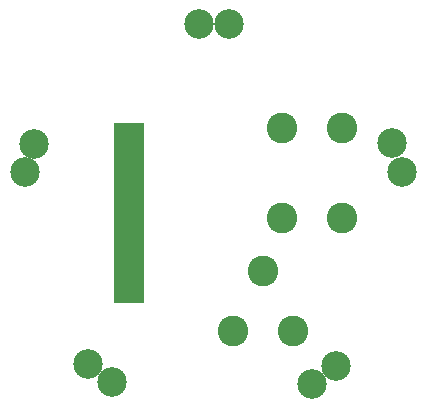
<source format=gbr>
G04 #@! TF.FileFunction,Soldermask,Top*
%FSLAX46Y46*%
G04 Gerber Fmt 4.6, Leading zero omitted, Abs format (unit mm)*
G04 Created by KiCad (PCBNEW 4.0.7) date Friday, July 23, 2021 'PMt' 11:18:56 PM*
%MOMM*%
%LPD*%
G01*
G04 APERTURE LIST*
%ADD10C,0.100000*%
%ADD11C,2.500000*%
%ADD12R,2.500000X2.500000*%
%ADD13C,2.600000*%
G04 APERTURE END LIST*
D10*
D11*
X30777452Y-54296487D03*
X28722548Y-52803513D03*
X54507548Y-34092158D03*
X55292452Y-36507842D03*
X49777452Y-52953513D03*
X47722548Y-54446487D03*
X23407548Y-36557842D03*
X24192452Y-34142158D03*
X38130000Y-24000000D03*
X40670000Y-24000000D03*
D12*
X32250000Y-43810000D03*
X32250000Y-36190000D03*
X32250000Y-38730000D03*
X32250000Y-33650000D03*
X32250000Y-41270000D03*
X32250000Y-46350000D03*
D13*
X46090000Y-50000000D03*
X41010000Y-50000000D03*
X43550000Y-44920000D03*
X50240000Y-40460000D03*
X45160000Y-40460000D03*
X45160000Y-32840000D03*
X50240000Y-32840000D03*
M02*

</source>
